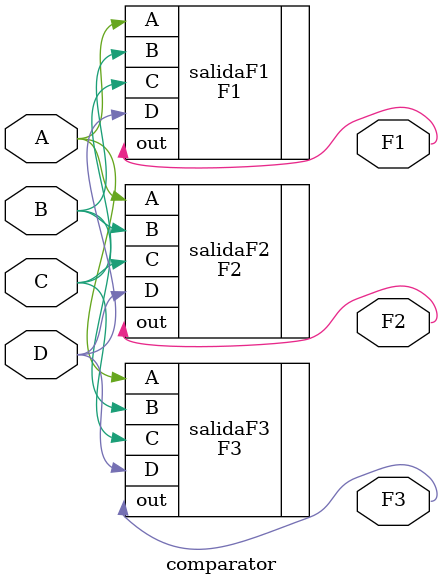
<source format=v>
`include "F1.v"
`include "F2.v"
`include "F3.v"
module comparator (
    input A, input B, input C, input D, output F1, output F2, output F3
);

    F3 salidaF3(.A(A), .B(B), .C(C), .D(D), .out(F3));
    F2 salidaF2(.A(A), .B(B), .C(C), .D(D), .out(F2)); 
    F1 salidaF1(.A(A), .B(B), .C(C), .D(D), .out(F1));
    
endmodule
</source>
